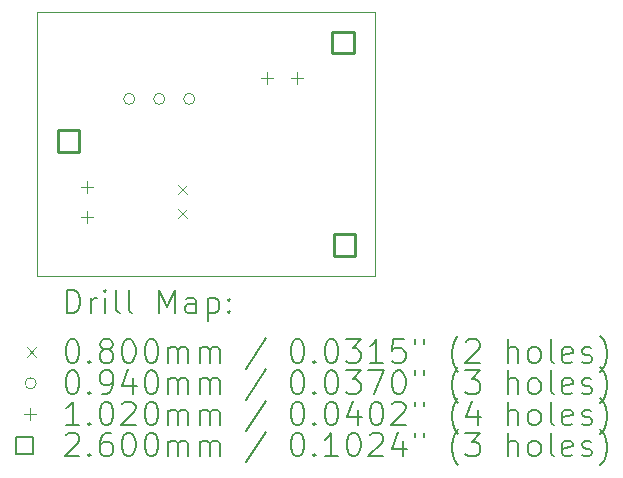
<source format=gbr>
%TF.GenerationSoftware,KiCad,Pcbnew,8.0.0*%
%TF.CreationDate,2024-04-17T17:58:52+02:00*%
%TF.ProjectId,SCS Maker,53435320-4d61-46b6-9572-2e6b69636164,rev?*%
%TF.SameCoordinates,Original*%
%TF.FileFunction,Drillmap*%
%TF.FilePolarity,Positive*%
%FSLAX45Y45*%
G04 Gerber Fmt 4.5, Leading zero omitted, Abs format (unit mm)*
G04 Created by KiCad (PCBNEW 8.0.0) date 2024-04-17 17:58:52*
%MOMM*%
%LPD*%
G01*
G04 APERTURE LIST*
%ADD10C,0.100000*%
%ADD11C,0.200000*%
%ADD12C,0.102000*%
%ADD13C,0.260000*%
G04 APERTURE END LIST*
D10*
X6304280Y-3937000D02*
X9169400Y-3937000D01*
X9169400Y-6172200D01*
X6304280Y-6172200D01*
X6304280Y-3937000D01*
D11*
D10*
X7497650Y-5402711D02*
X7577650Y-5482711D01*
X7577650Y-5402711D02*
X7497650Y-5482711D01*
X7497650Y-5602711D02*
X7577650Y-5682711D01*
X7577650Y-5602711D02*
X7497650Y-5682711D01*
X7133600Y-4673600D02*
G75*
G02*
X7039600Y-4673600I-47000J0D01*
G01*
X7039600Y-4673600D02*
G75*
G02*
X7133600Y-4673600I47000J0D01*
G01*
X7387600Y-4673600D02*
G75*
G02*
X7293600Y-4673600I-47000J0D01*
G01*
X7293600Y-4673600D02*
G75*
G02*
X7387600Y-4673600I47000J0D01*
G01*
X7641600Y-4673600D02*
G75*
G02*
X7547600Y-4673600I-47000J0D01*
G01*
X7547600Y-4673600D02*
G75*
G02*
X7641600Y-4673600I47000J0D01*
G01*
D12*
X6731650Y-5365600D02*
X6731650Y-5467600D01*
X6680650Y-5416600D02*
X6782650Y-5416600D01*
X6731650Y-5619600D02*
X6731650Y-5721600D01*
X6680650Y-5670600D02*
X6782650Y-5670600D01*
X8255000Y-4444800D02*
X8255000Y-4546800D01*
X8204000Y-4495800D02*
X8306000Y-4495800D01*
X8509000Y-4444800D02*
X8509000Y-4546800D01*
X8458000Y-4495800D02*
X8560000Y-4495800D01*
D13*
X6665445Y-5121125D02*
X6665445Y-4937275D01*
X6481595Y-4937275D01*
X6481595Y-5121125D01*
X6665445Y-5121125D01*
X8989545Y-4288005D02*
X8989545Y-4104155D01*
X8805695Y-4104155D01*
X8805695Y-4288005D01*
X8989545Y-4288005D01*
X9002245Y-6005045D02*
X9002245Y-5821195D01*
X8818395Y-5821195D01*
X8818395Y-6005045D01*
X9002245Y-6005045D01*
D11*
X6560057Y-6488684D02*
X6560057Y-6288684D01*
X6560057Y-6288684D02*
X6607676Y-6288684D01*
X6607676Y-6288684D02*
X6636247Y-6298208D01*
X6636247Y-6298208D02*
X6655295Y-6317255D01*
X6655295Y-6317255D02*
X6664819Y-6336303D01*
X6664819Y-6336303D02*
X6674342Y-6374398D01*
X6674342Y-6374398D02*
X6674342Y-6402969D01*
X6674342Y-6402969D02*
X6664819Y-6441065D01*
X6664819Y-6441065D02*
X6655295Y-6460112D01*
X6655295Y-6460112D02*
X6636247Y-6479160D01*
X6636247Y-6479160D02*
X6607676Y-6488684D01*
X6607676Y-6488684D02*
X6560057Y-6488684D01*
X6760057Y-6488684D02*
X6760057Y-6355350D01*
X6760057Y-6393446D02*
X6769581Y-6374398D01*
X6769581Y-6374398D02*
X6779104Y-6364874D01*
X6779104Y-6364874D02*
X6798152Y-6355350D01*
X6798152Y-6355350D02*
X6817200Y-6355350D01*
X6883866Y-6488684D02*
X6883866Y-6355350D01*
X6883866Y-6288684D02*
X6874342Y-6298208D01*
X6874342Y-6298208D02*
X6883866Y-6307731D01*
X6883866Y-6307731D02*
X6893390Y-6298208D01*
X6893390Y-6298208D02*
X6883866Y-6288684D01*
X6883866Y-6288684D02*
X6883866Y-6307731D01*
X7007676Y-6488684D02*
X6988628Y-6479160D01*
X6988628Y-6479160D02*
X6979104Y-6460112D01*
X6979104Y-6460112D02*
X6979104Y-6288684D01*
X7112438Y-6488684D02*
X7093390Y-6479160D01*
X7093390Y-6479160D02*
X7083866Y-6460112D01*
X7083866Y-6460112D02*
X7083866Y-6288684D01*
X7341009Y-6488684D02*
X7341009Y-6288684D01*
X7341009Y-6288684D02*
X7407676Y-6431541D01*
X7407676Y-6431541D02*
X7474342Y-6288684D01*
X7474342Y-6288684D02*
X7474342Y-6488684D01*
X7655295Y-6488684D02*
X7655295Y-6383922D01*
X7655295Y-6383922D02*
X7645771Y-6364874D01*
X7645771Y-6364874D02*
X7626723Y-6355350D01*
X7626723Y-6355350D02*
X7588628Y-6355350D01*
X7588628Y-6355350D02*
X7569581Y-6364874D01*
X7655295Y-6479160D02*
X7636247Y-6488684D01*
X7636247Y-6488684D02*
X7588628Y-6488684D01*
X7588628Y-6488684D02*
X7569581Y-6479160D01*
X7569581Y-6479160D02*
X7560057Y-6460112D01*
X7560057Y-6460112D02*
X7560057Y-6441065D01*
X7560057Y-6441065D02*
X7569581Y-6422017D01*
X7569581Y-6422017D02*
X7588628Y-6412493D01*
X7588628Y-6412493D02*
X7636247Y-6412493D01*
X7636247Y-6412493D02*
X7655295Y-6402969D01*
X7750533Y-6355350D02*
X7750533Y-6555350D01*
X7750533Y-6364874D02*
X7769581Y-6355350D01*
X7769581Y-6355350D02*
X7807676Y-6355350D01*
X7807676Y-6355350D02*
X7826723Y-6364874D01*
X7826723Y-6364874D02*
X7836247Y-6374398D01*
X7836247Y-6374398D02*
X7845771Y-6393446D01*
X7845771Y-6393446D02*
X7845771Y-6450588D01*
X7845771Y-6450588D02*
X7836247Y-6469636D01*
X7836247Y-6469636D02*
X7826723Y-6479160D01*
X7826723Y-6479160D02*
X7807676Y-6488684D01*
X7807676Y-6488684D02*
X7769581Y-6488684D01*
X7769581Y-6488684D02*
X7750533Y-6479160D01*
X7931485Y-6469636D02*
X7941009Y-6479160D01*
X7941009Y-6479160D02*
X7931485Y-6488684D01*
X7931485Y-6488684D02*
X7921962Y-6479160D01*
X7921962Y-6479160D02*
X7931485Y-6469636D01*
X7931485Y-6469636D02*
X7931485Y-6488684D01*
X7931485Y-6364874D02*
X7941009Y-6374398D01*
X7941009Y-6374398D02*
X7931485Y-6383922D01*
X7931485Y-6383922D02*
X7921962Y-6374398D01*
X7921962Y-6374398D02*
X7931485Y-6364874D01*
X7931485Y-6364874D02*
X7931485Y-6383922D01*
D10*
X6219280Y-6777200D02*
X6299280Y-6857200D01*
X6299280Y-6777200D02*
X6219280Y-6857200D01*
D11*
X6598152Y-6708684D02*
X6617200Y-6708684D01*
X6617200Y-6708684D02*
X6636247Y-6718208D01*
X6636247Y-6718208D02*
X6645771Y-6727731D01*
X6645771Y-6727731D02*
X6655295Y-6746779D01*
X6655295Y-6746779D02*
X6664819Y-6784874D01*
X6664819Y-6784874D02*
X6664819Y-6832493D01*
X6664819Y-6832493D02*
X6655295Y-6870588D01*
X6655295Y-6870588D02*
X6645771Y-6889636D01*
X6645771Y-6889636D02*
X6636247Y-6899160D01*
X6636247Y-6899160D02*
X6617200Y-6908684D01*
X6617200Y-6908684D02*
X6598152Y-6908684D01*
X6598152Y-6908684D02*
X6579104Y-6899160D01*
X6579104Y-6899160D02*
X6569581Y-6889636D01*
X6569581Y-6889636D02*
X6560057Y-6870588D01*
X6560057Y-6870588D02*
X6550533Y-6832493D01*
X6550533Y-6832493D02*
X6550533Y-6784874D01*
X6550533Y-6784874D02*
X6560057Y-6746779D01*
X6560057Y-6746779D02*
X6569581Y-6727731D01*
X6569581Y-6727731D02*
X6579104Y-6718208D01*
X6579104Y-6718208D02*
X6598152Y-6708684D01*
X6750533Y-6889636D02*
X6760057Y-6899160D01*
X6760057Y-6899160D02*
X6750533Y-6908684D01*
X6750533Y-6908684D02*
X6741009Y-6899160D01*
X6741009Y-6899160D02*
X6750533Y-6889636D01*
X6750533Y-6889636D02*
X6750533Y-6908684D01*
X6874342Y-6794398D02*
X6855295Y-6784874D01*
X6855295Y-6784874D02*
X6845771Y-6775350D01*
X6845771Y-6775350D02*
X6836247Y-6756303D01*
X6836247Y-6756303D02*
X6836247Y-6746779D01*
X6836247Y-6746779D02*
X6845771Y-6727731D01*
X6845771Y-6727731D02*
X6855295Y-6718208D01*
X6855295Y-6718208D02*
X6874342Y-6708684D01*
X6874342Y-6708684D02*
X6912438Y-6708684D01*
X6912438Y-6708684D02*
X6931485Y-6718208D01*
X6931485Y-6718208D02*
X6941009Y-6727731D01*
X6941009Y-6727731D02*
X6950533Y-6746779D01*
X6950533Y-6746779D02*
X6950533Y-6756303D01*
X6950533Y-6756303D02*
X6941009Y-6775350D01*
X6941009Y-6775350D02*
X6931485Y-6784874D01*
X6931485Y-6784874D02*
X6912438Y-6794398D01*
X6912438Y-6794398D02*
X6874342Y-6794398D01*
X6874342Y-6794398D02*
X6855295Y-6803922D01*
X6855295Y-6803922D02*
X6845771Y-6813446D01*
X6845771Y-6813446D02*
X6836247Y-6832493D01*
X6836247Y-6832493D02*
X6836247Y-6870588D01*
X6836247Y-6870588D02*
X6845771Y-6889636D01*
X6845771Y-6889636D02*
X6855295Y-6899160D01*
X6855295Y-6899160D02*
X6874342Y-6908684D01*
X6874342Y-6908684D02*
X6912438Y-6908684D01*
X6912438Y-6908684D02*
X6931485Y-6899160D01*
X6931485Y-6899160D02*
X6941009Y-6889636D01*
X6941009Y-6889636D02*
X6950533Y-6870588D01*
X6950533Y-6870588D02*
X6950533Y-6832493D01*
X6950533Y-6832493D02*
X6941009Y-6813446D01*
X6941009Y-6813446D02*
X6931485Y-6803922D01*
X6931485Y-6803922D02*
X6912438Y-6794398D01*
X7074342Y-6708684D02*
X7093390Y-6708684D01*
X7093390Y-6708684D02*
X7112438Y-6718208D01*
X7112438Y-6718208D02*
X7121962Y-6727731D01*
X7121962Y-6727731D02*
X7131485Y-6746779D01*
X7131485Y-6746779D02*
X7141009Y-6784874D01*
X7141009Y-6784874D02*
X7141009Y-6832493D01*
X7141009Y-6832493D02*
X7131485Y-6870588D01*
X7131485Y-6870588D02*
X7121962Y-6889636D01*
X7121962Y-6889636D02*
X7112438Y-6899160D01*
X7112438Y-6899160D02*
X7093390Y-6908684D01*
X7093390Y-6908684D02*
X7074342Y-6908684D01*
X7074342Y-6908684D02*
X7055295Y-6899160D01*
X7055295Y-6899160D02*
X7045771Y-6889636D01*
X7045771Y-6889636D02*
X7036247Y-6870588D01*
X7036247Y-6870588D02*
X7026723Y-6832493D01*
X7026723Y-6832493D02*
X7026723Y-6784874D01*
X7026723Y-6784874D02*
X7036247Y-6746779D01*
X7036247Y-6746779D02*
X7045771Y-6727731D01*
X7045771Y-6727731D02*
X7055295Y-6718208D01*
X7055295Y-6718208D02*
X7074342Y-6708684D01*
X7264819Y-6708684D02*
X7283866Y-6708684D01*
X7283866Y-6708684D02*
X7302914Y-6718208D01*
X7302914Y-6718208D02*
X7312438Y-6727731D01*
X7312438Y-6727731D02*
X7321962Y-6746779D01*
X7321962Y-6746779D02*
X7331485Y-6784874D01*
X7331485Y-6784874D02*
X7331485Y-6832493D01*
X7331485Y-6832493D02*
X7321962Y-6870588D01*
X7321962Y-6870588D02*
X7312438Y-6889636D01*
X7312438Y-6889636D02*
X7302914Y-6899160D01*
X7302914Y-6899160D02*
X7283866Y-6908684D01*
X7283866Y-6908684D02*
X7264819Y-6908684D01*
X7264819Y-6908684D02*
X7245771Y-6899160D01*
X7245771Y-6899160D02*
X7236247Y-6889636D01*
X7236247Y-6889636D02*
X7226723Y-6870588D01*
X7226723Y-6870588D02*
X7217200Y-6832493D01*
X7217200Y-6832493D02*
X7217200Y-6784874D01*
X7217200Y-6784874D02*
X7226723Y-6746779D01*
X7226723Y-6746779D02*
X7236247Y-6727731D01*
X7236247Y-6727731D02*
X7245771Y-6718208D01*
X7245771Y-6718208D02*
X7264819Y-6708684D01*
X7417200Y-6908684D02*
X7417200Y-6775350D01*
X7417200Y-6794398D02*
X7426723Y-6784874D01*
X7426723Y-6784874D02*
X7445771Y-6775350D01*
X7445771Y-6775350D02*
X7474343Y-6775350D01*
X7474343Y-6775350D02*
X7493390Y-6784874D01*
X7493390Y-6784874D02*
X7502914Y-6803922D01*
X7502914Y-6803922D02*
X7502914Y-6908684D01*
X7502914Y-6803922D02*
X7512438Y-6784874D01*
X7512438Y-6784874D02*
X7531485Y-6775350D01*
X7531485Y-6775350D02*
X7560057Y-6775350D01*
X7560057Y-6775350D02*
X7579104Y-6784874D01*
X7579104Y-6784874D02*
X7588628Y-6803922D01*
X7588628Y-6803922D02*
X7588628Y-6908684D01*
X7683866Y-6908684D02*
X7683866Y-6775350D01*
X7683866Y-6794398D02*
X7693390Y-6784874D01*
X7693390Y-6784874D02*
X7712438Y-6775350D01*
X7712438Y-6775350D02*
X7741009Y-6775350D01*
X7741009Y-6775350D02*
X7760057Y-6784874D01*
X7760057Y-6784874D02*
X7769581Y-6803922D01*
X7769581Y-6803922D02*
X7769581Y-6908684D01*
X7769581Y-6803922D02*
X7779104Y-6784874D01*
X7779104Y-6784874D02*
X7798152Y-6775350D01*
X7798152Y-6775350D02*
X7826723Y-6775350D01*
X7826723Y-6775350D02*
X7845771Y-6784874D01*
X7845771Y-6784874D02*
X7855295Y-6803922D01*
X7855295Y-6803922D02*
X7855295Y-6908684D01*
X8245771Y-6699160D02*
X8074343Y-6956303D01*
X8502914Y-6708684D02*
X8521962Y-6708684D01*
X8521962Y-6708684D02*
X8541009Y-6718208D01*
X8541009Y-6718208D02*
X8550533Y-6727731D01*
X8550533Y-6727731D02*
X8560057Y-6746779D01*
X8560057Y-6746779D02*
X8569581Y-6784874D01*
X8569581Y-6784874D02*
X8569581Y-6832493D01*
X8569581Y-6832493D02*
X8560057Y-6870588D01*
X8560057Y-6870588D02*
X8550533Y-6889636D01*
X8550533Y-6889636D02*
X8541009Y-6899160D01*
X8541009Y-6899160D02*
X8521962Y-6908684D01*
X8521962Y-6908684D02*
X8502914Y-6908684D01*
X8502914Y-6908684D02*
X8483867Y-6899160D01*
X8483867Y-6899160D02*
X8474343Y-6889636D01*
X8474343Y-6889636D02*
X8464819Y-6870588D01*
X8464819Y-6870588D02*
X8455295Y-6832493D01*
X8455295Y-6832493D02*
X8455295Y-6784874D01*
X8455295Y-6784874D02*
X8464819Y-6746779D01*
X8464819Y-6746779D02*
X8474343Y-6727731D01*
X8474343Y-6727731D02*
X8483867Y-6718208D01*
X8483867Y-6718208D02*
X8502914Y-6708684D01*
X8655295Y-6889636D02*
X8664819Y-6899160D01*
X8664819Y-6899160D02*
X8655295Y-6908684D01*
X8655295Y-6908684D02*
X8645771Y-6899160D01*
X8645771Y-6899160D02*
X8655295Y-6889636D01*
X8655295Y-6889636D02*
X8655295Y-6908684D01*
X8788628Y-6708684D02*
X8807676Y-6708684D01*
X8807676Y-6708684D02*
X8826724Y-6718208D01*
X8826724Y-6718208D02*
X8836248Y-6727731D01*
X8836248Y-6727731D02*
X8845771Y-6746779D01*
X8845771Y-6746779D02*
X8855295Y-6784874D01*
X8855295Y-6784874D02*
X8855295Y-6832493D01*
X8855295Y-6832493D02*
X8845771Y-6870588D01*
X8845771Y-6870588D02*
X8836248Y-6889636D01*
X8836248Y-6889636D02*
X8826724Y-6899160D01*
X8826724Y-6899160D02*
X8807676Y-6908684D01*
X8807676Y-6908684D02*
X8788628Y-6908684D01*
X8788628Y-6908684D02*
X8769581Y-6899160D01*
X8769581Y-6899160D02*
X8760057Y-6889636D01*
X8760057Y-6889636D02*
X8750533Y-6870588D01*
X8750533Y-6870588D02*
X8741009Y-6832493D01*
X8741009Y-6832493D02*
X8741009Y-6784874D01*
X8741009Y-6784874D02*
X8750533Y-6746779D01*
X8750533Y-6746779D02*
X8760057Y-6727731D01*
X8760057Y-6727731D02*
X8769581Y-6718208D01*
X8769581Y-6718208D02*
X8788628Y-6708684D01*
X8921962Y-6708684D02*
X9045771Y-6708684D01*
X9045771Y-6708684D02*
X8979105Y-6784874D01*
X8979105Y-6784874D02*
X9007676Y-6784874D01*
X9007676Y-6784874D02*
X9026724Y-6794398D01*
X9026724Y-6794398D02*
X9036248Y-6803922D01*
X9036248Y-6803922D02*
X9045771Y-6822969D01*
X9045771Y-6822969D02*
X9045771Y-6870588D01*
X9045771Y-6870588D02*
X9036248Y-6889636D01*
X9036248Y-6889636D02*
X9026724Y-6899160D01*
X9026724Y-6899160D02*
X9007676Y-6908684D01*
X9007676Y-6908684D02*
X8950533Y-6908684D01*
X8950533Y-6908684D02*
X8931486Y-6899160D01*
X8931486Y-6899160D02*
X8921962Y-6889636D01*
X9236248Y-6908684D02*
X9121962Y-6908684D01*
X9179105Y-6908684D02*
X9179105Y-6708684D01*
X9179105Y-6708684D02*
X9160057Y-6737255D01*
X9160057Y-6737255D02*
X9141009Y-6756303D01*
X9141009Y-6756303D02*
X9121962Y-6765827D01*
X9417200Y-6708684D02*
X9321962Y-6708684D01*
X9321962Y-6708684D02*
X9312438Y-6803922D01*
X9312438Y-6803922D02*
X9321962Y-6794398D01*
X9321962Y-6794398D02*
X9341009Y-6784874D01*
X9341009Y-6784874D02*
X9388629Y-6784874D01*
X9388629Y-6784874D02*
X9407676Y-6794398D01*
X9407676Y-6794398D02*
X9417200Y-6803922D01*
X9417200Y-6803922D02*
X9426724Y-6822969D01*
X9426724Y-6822969D02*
X9426724Y-6870588D01*
X9426724Y-6870588D02*
X9417200Y-6889636D01*
X9417200Y-6889636D02*
X9407676Y-6899160D01*
X9407676Y-6899160D02*
X9388629Y-6908684D01*
X9388629Y-6908684D02*
X9341009Y-6908684D01*
X9341009Y-6908684D02*
X9321962Y-6899160D01*
X9321962Y-6899160D02*
X9312438Y-6889636D01*
X9502914Y-6708684D02*
X9502914Y-6746779D01*
X9579105Y-6708684D02*
X9579105Y-6746779D01*
X9874343Y-6984874D02*
X9864819Y-6975350D01*
X9864819Y-6975350D02*
X9845771Y-6946779D01*
X9845771Y-6946779D02*
X9836248Y-6927731D01*
X9836248Y-6927731D02*
X9826724Y-6899160D01*
X9826724Y-6899160D02*
X9817200Y-6851541D01*
X9817200Y-6851541D02*
X9817200Y-6813446D01*
X9817200Y-6813446D02*
X9826724Y-6765827D01*
X9826724Y-6765827D02*
X9836248Y-6737255D01*
X9836248Y-6737255D02*
X9845771Y-6718208D01*
X9845771Y-6718208D02*
X9864819Y-6689636D01*
X9864819Y-6689636D02*
X9874343Y-6680112D01*
X9941010Y-6727731D02*
X9950533Y-6718208D01*
X9950533Y-6718208D02*
X9969581Y-6708684D01*
X9969581Y-6708684D02*
X10017200Y-6708684D01*
X10017200Y-6708684D02*
X10036248Y-6718208D01*
X10036248Y-6718208D02*
X10045771Y-6727731D01*
X10045771Y-6727731D02*
X10055295Y-6746779D01*
X10055295Y-6746779D02*
X10055295Y-6765827D01*
X10055295Y-6765827D02*
X10045771Y-6794398D01*
X10045771Y-6794398D02*
X9931486Y-6908684D01*
X9931486Y-6908684D02*
X10055295Y-6908684D01*
X10293391Y-6908684D02*
X10293391Y-6708684D01*
X10379105Y-6908684D02*
X10379105Y-6803922D01*
X10379105Y-6803922D02*
X10369581Y-6784874D01*
X10369581Y-6784874D02*
X10350533Y-6775350D01*
X10350533Y-6775350D02*
X10321962Y-6775350D01*
X10321962Y-6775350D02*
X10302914Y-6784874D01*
X10302914Y-6784874D02*
X10293391Y-6794398D01*
X10502914Y-6908684D02*
X10483867Y-6899160D01*
X10483867Y-6899160D02*
X10474343Y-6889636D01*
X10474343Y-6889636D02*
X10464819Y-6870588D01*
X10464819Y-6870588D02*
X10464819Y-6813446D01*
X10464819Y-6813446D02*
X10474343Y-6794398D01*
X10474343Y-6794398D02*
X10483867Y-6784874D01*
X10483867Y-6784874D02*
X10502914Y-6775350D01*
X10502914Y-6775350D02*
X10531486Y-6775350D01*
X10531486Y-6775350D02*
X10550533Y-6784874D01*
X10550533Y-6784874D02*
X10560057Y-6794398D01*
X10560057Y-6794398D02*
X10569581Y-6813446D01*
X10569581Y-6813446D02*
X10569581Y-6870588D01*
X10569581Y-6870588D02*
X10560057Y-6889636D01*
X10560057Y-6889636D02*
X10550533Y-6899160D01*
X10550533Y-6899160D02*
X10531486Y-6908684D01*
X10531486Y-6908684D02*
X10502914Y-6908684D01*
X10683867Y-6908684D02*
X10664819Y-6899160D01*
X10664819Y-6899160D02*
X10655295Y-6880112D01*
X10655295Y-6880112D02*
X10655295Y-6708684D01*
X10836248Y-6899160D02*
X10817200Y-6908684D01*
X10817200Y-6908684D02*
X10779105Y-6908684D01*
X10779105Y-6908684D02*
X10760057Y-6899160D01*
X10760057Y-6899160D02*
X10750533Y-6880112D01*
X10750533Y-6880112D02*
X10750533Y-6803922D01*
X10750533Y-6803922D02*
X10760057Y-6784874D01*
X10760057Y-6784874D02*
X10779105Y-6775350D01*
X10779105Y-6775350D02*
X10817200Y-6775350D01*
X10817200Y-6775350D02*
X10836248Y-6784874D01*
X10836248Y-6784874D02*
X10845772Y-6803922D01*
X10845772Y-6803922D02*
X10845772Y-6822969D01*
X10845772Y-6822969D02*
X10750533Y-6842017D01*
X10921962Y-6899160D02*
X10941010Y-6908684D01*
X10941010Y-6908684D02*
X10979105Y-6908684D01*
X10979105Y-6908684D02*
X10998153Y-6899160D01*
X10998153Y-6899160D02*
X11007676Y-6880112D01*
X11007676Y-6880112D02*
X11007676Y-6870588D01*
X11007676Y-6870588D02*
X10998153Y-6851541D01*
X10998153Y-6851541D02*
X10979105Y-6842017D01*
X10979105Y-6842017D02*
X10950533Y-6842017D01*
X10950533Y-6842017D02*
X10931486Y-6832493D01*
X10931486Y-6832493D02*
X10921962Y-6813446D01*
X10921962Y-6813446D02*
X10921962Y-6803922D01*
X10921962Y-6803922D02*
X10931486Y-6784874D01*
X10931486Y-6784874D02*
X10950533Y-6775350D01*
X10950533Y-6775350D02*
X10979105Y-6775350D01*
X10979105Y-6775350D02*
X10998153Y-6784874D01*
X11074343Y-6984874D02*
X11083867Y-6975350D01*
X11083867Y-6975350D02*
X11102914Y-6946779D01*
X11102914Y-6946779D02*
X11112438Y-6927731D01*
X11112438Y-6927731D02*
X11121962Y-6899160D01*
X11121962Y-6899160D02*
X11131486Y-6851541D01*
X11131486Y-6851541D02*
X11131486Y-6813446D01*
X11131486Y-6813446D02*
X11121962Y-6765827D01*
X11121962Y-6765827D02*
X11112438Y-6737255D01*
X11112438Y-6737255D02*
X11102914Y-6718208D01*
X11102914Y-6718208D02*
X11083867Y-6689636D01*
X11083867Y-6689636D02*
X11074343Y-6680112D01*
D10*
X6299280Y-7081200D02*
G75*
G02*
X6205280Y-7081200I-47000J0D01*
G01*
X6205280Y-7081200D02*
G75*
G02*
X6299280Y-7081200I47000J0D01*
G01*
D11*
X6598152Y-6972684D02*
X6617200Y-6972684D01*
X6617200Y-6972684D02*
X6636247Y-6982208D01*
X6636247Y-6982208D02*
X6645771Y-6991731D01*
X6645771Y-6991731D02*
X6655295Y-7010779D01*
X6655295Y-7010779D02*
X6664819Y-7048874D01*
X6664819Y-7048874D02*
X6664819Y-7096493D01*
X6664819Y-7096493D02*
X6655295Y-7134588D01*
X6655295Y-7134588D02*
X6645771Y-7153636D01*
X6645771Y-7153636D02*
X6636247Y-7163160D01*
X6636247Y-7163160D02*
X6617200Y-7172684D01*
X6617200Y-7172684D02*
X6598152Y-7172684D01*
X6598152Y-7172684D02*
X6579104Y-7163160D01*
X6579104Y-7163160D02*
X6569581Y-7153636D01*
X6569581Y-7153636D02*
X6560057Y-7134588D01*
X6560057Y-7134588D02*
X6550533Y-7096493D01*
X6550533Y-7096493D02*
X6550533Y-7048874D01*
X6550533Y-7048874D02*
X6560057Y-7010779D01*
X6560057Y-7010779D02*
X6569581Y-6991731D01*
X6569581Y-6991731D02*
X6579104Y-6982208D01*
X6579104Y-6982208D02*
X6598152Y-6972684D01*
X6750533Y-7153636D02*
X6760057Y-7163160D01*
X6760057Y-7163160D02*
X6750533Y-7172684D01*
X6750533Y-7172684D02*
X6741009Y-7163160D01*
X6741009Y-7163160D02*
X6750533Y-7153636D01*
X6750533Y-7153636D02*
X6750533Y-7172684D01*
X6855295Y-7172684D02*
X6893390Y-7172684D01*
X6893390Y-7172684D02*
X6912438Y-7163160D01*
X6912438Y-7163160D02*
X6921962Y-7153636D01*
X6921962Y-7153636D02*
X6941009Y-7125065D01*
X6941009Y-7125065D02*
X6950533Y-7086969D01*
X6950533Y-7086969D02*
X6950533Y-7010779D01*
X6950533Y-7010779D02*
X6941009Y-6991731D01*
X6941009Y-6991731D02*
X6931485Y-6982208D01*
X6931485Y-6982208D02*
X6912438Y-6972684D01*
X6912438Y-6972684D02*
X6874342Y-6972684D01*
X6874342Y-6972684D02*
X6855295Y-6982208D01*
X6855295Y-6982208D02*
X6845771Y-6991731D01*
X6845771Y-6991731D02*
X6836247Y-7010779D01*
X6836247Y-7010779D02*
X6836247Y-7058398D01*
X6836247Y-7058398D02*
X6845771Y-7077446D01*
X6845771Y-7077446D02*
X6855295Y-7086969D01*
X6855295Y-7086969D02*
X6874342Y-7096493D01*
X6874342Y-7096493D02*
X6912438Y-7096493D01*
X6912438Y-7096493D02*
X6931485Y-7086969D01*
X6931485Y-7086969D02*
X6941009Y-7077446D01*
X6941009Y-7077446D02*
X6950533Y-7058398D01*
X7121962Y-7039350D02*
X7121962Y-7172684D01*
X7074342Y-6963160D02*
X7026723Y-7106017D01*
X7026723Y-7106017D02*
X7150533Y-7106017D01*
X7264819Y-6972684D02*
X7283866Y-6972684D01*
X7283866Y-6972684D02*
X7302914Y-6982208D01*
X7302914Y-6982208D02*
X7312438Y-6991731D01*
X7312438Y-6991731D02*
X7321962Y-7010779D01*
X7321962Y-7010779D02*
X7331485Y-7048874D01*
X7331485Y-7048874D02*
X7331485Y-7096493D01*
X7331485Y-7096493D02*
X7321962Y-7134588D01*
X7321962Y-7134588D02*
X7312438Y-7153636D01*
X7312438Y-7153636D02*
X7302914Y-7163160D01*
X7302914Y-7163160D02*
X7283866Y-7172684D01*
X7283866Y-7172684D02*
X7264819Y-7172684D01*
X7264819Y-7172684D02*
X7245771Y-7163160D01*
X7245771Y-7163160D02*
X7236247Y-7153636D01*
X7236247Y-7153636D02*
X7226723Y-7134588D01*
X7226723Y-7134588D02*
X7217200Y-7096493D01*
X7217200Y-7096493D02*
X7217200Y-7048874D01*
X7217200Y-7048874D02*
X7226723Y-7010779D01*
X7226723Y-7010779D02*
X7236247Y-6991731D01*
X7236247Y-6991731D02*
X7245771Y-6982208D01*
X7245771Y-6982208D02*
X7264819Y-6972684D01*
X7417200Y-7172684D02*
X7417200Y-7039350D01*
X7417200Y-7058398D02*
X7426723Y-7048874D01*
X7426723Y-7048874D02*
X7445771Y-7039350D01*
X7445771Y-7039350D02*
X7474343Y-7039350D01*
X7474343Y-7039350D02*
X7493390Y-7048874D01*
X7493390Y-7048874D02*
X7502914Y-7067922D01*
X7502914Y-7067922D02*
X7502914Y-7172684D01*
X7502914Y-7067922D02*
X7512438Y-7048874D01*
X7512438Y-7048874D02*
X7531485Y-7039350D01*
X7531485Y-7039350D02*
X7560057Y-7039350D01*
X7560057Y-7039350D02*
X7579104Y-7048874D01*
X7579104Y-7048874D02*
X7588628Y-7067922D01*
X7588628Y-7067922D02*
X7588628Y-7172684D01*
X7683866Y-7172684D02*
X7683866Y-7039350D01*
X7683866Y-7058398D02*
X7693390Y-7048874D01*
X7693390Y-7048874D02*
X7712438Y-7039350D01*
X7712438Y-7039350D02*
X7741009Y-7039350D01*
X7741009Y-7039350D02*
X7760057Y-7048874D01*
X7760057Y-7048874D02*
X7769581Y-7067922D01*
X7769581Y-7067922D02*
X7769581Y-7172684D01*
X7769581Y-7067922D02*
X7779104Y-7048874D01*
X7779104Y-7048874D02*
X7798152Y-7039350D01*
X7798152Y-7039350D02*
X7826723Y-7039350D01*
X7826723Y-7039350D02*
X7845771Y-7048874D01*
X7845771Y-7048874D02*
X7855295Y-7067922D01*
X7855295Y-7067922D02*
X7855295Y-7172684D01*
X8245771Y-6963160D02*
X8074343Y-7220303D01*
X8502914Y-6972684D02*
X8521962Y-6972684D01*
X8521962Y-6972684D02*
X8541009Y-6982208D01*
X8541009Y-6982208D02*
X8550533Y-6991731D01*
X8550533Y-6991731D02*
X8560057Y-7010779D01*
X8560057Y-7010779D02*
X8569581Y-7048874D01*
X8569581Y-7048874D02*
X8569581Y-7096493D01*
X8569581Y-7096493D02*
X8560057Y-7134588D01*
X8560057Y-7134588D02*
X8550533Y-7153636D01*
X8550533Y-7153636D02*
X8541009Y-7163160D01*
X8541009Y-7163160D02*
X8521962Y-7172684D01*
X8521962Y-7172684D02*
X8502914Y-7172684D01*
X8502914Y-7172684D02*
X8483867Y-7163160D01*
X8483867Y-7163160D02*
X8474343Y-7153636D01*
X8474343Y-7153636D02*
X8464819Y-7134588D01*
X8464819Y-7134588D02*
X8455295Y-7096493D01*
X8455295Y-7096493D02*
X8455295Y-7048874D01*
X8455295Y-7048874D02*
X8464819Y-7010779D01*
X8464819Y-7010779D02*
X8474343Y-6991731D01*
X8474343Y-6991731D02*
X8483867Y-6982208D01*
X8483867Y-6982208D02*
X8502914Y-6972684D01*
X8655295Y-7153636D02*
X8664819Y-7163160D01*
X8664819Y-7163160D02*
X8655295Y-7172684D01*
X8655295Y-7172684D02*
X8645771Y-7163160D01*
X8645771Y-7163160D02*
X8655295Y-7153636D01*
X8655295Y-7153636D02*
X8655295Y-7172684D01*
X8788628Y-6972684D02*
X8807676Y-6972684D01*
X8807676Y-6972684D02*
X8826724Y-6982208D01*
X8826724Y-6982208D02*
X8836248Y-6991731D01*
X8836248Y-6991731D02*
X8845771Y-7010779D01*
X8845771Y-7010779D02*
X8855295Y-7048874D01*
X8855295Y-7048874D02*
X8855295Y-7096493D01*
X8855295Y-7096493D02*
X8845771Y-7134588D01*
X8845771Y-7134588D02*
X8836248Y-7153636D01*
X8836248Y-7153636D02*
X8826724Y-7163160D01*
X8826724Y-7163160D02*
X8807676Y-7172684D01*
X8807676Y-7172684D02*
X8788628Y-7172684D01*
X8788628Y-7172684D02*
X8769581Y-7163160D01*
X8769581Y-7163160D02*
X8760057Y-7153636D01*
X8760057Y-7153636D02*
X8750533Y-7134588D01*
X8750533Y-7134588D02*
X8741009Y-7096493D01*
X8741009Y-7096493D02*
X8741009Y-7048874D01*
X8741009Y-7048874D02*
X8750533Y-7010779D01*
X8750533Y-7010779D02*
X8760057Y-6991731D01*
X8760057Y-6991731D02*
X8769581Y-6982208D01*
X8769581Y-6982208D02*
X8788628Y-6972684D01*
X8921962Y-6972684D02*
X9045771Y-6972684D01*
X9045771Y-6972684D02*
X8979105Y-7048874D01*
X8979105Y-7048874D02*
X9007676Y-7048874D01*
X9007676Y-7048874D02*
X9026724Y-7058398D01*
X9026724Y-7058398D02*
X9036248Y-7067922D01*
X9036248Y-7067922D02*
X9045771Y-7086969D01*
X9045771Y-7086969D02*
X9045771Y-7134588D01*
X9045771Y-7134588D02*
X9036248Y-7153636D01*
X9036248Y-7153636D02*
X9026724Y-7163160D01*
X9026724Y-7163160D02*
X9007676Y-7172684D01*
X9007676Y-7172684D02*
X8950533Y-7172684D01*
X8950533Y-7172684D02*
X8931486Y-7163160D01*
X8931486Y-7163160D02*
X8921962Y-7153636D01*
X9112438Y-6972684D02*
X9245771Y-6972684D01*
X9245771Y-6972684D02*
X9160057Y-7172684D01*
X9360057Y-6972684D02*
X9379105Y-6972684D01*
X9379105Y-6972684D02*
X9398152Y-6982208D01*
X9398152Y-6982208D02*
X9407676Y-6991731D01*
X9407676Y-6991731D02*
X9417200Y-7010779D01*
X9417200Y-7010779D02*
X9426724Y-7048874D01*
X9426724Y-7048874D02*
X9426724Y-7096493D01*
X9426724Y-7096493D02*
X9417200Y-7134588D01*
X9417200Y-7134588D02*
X9407676Y-7153636D01*
X9407676Y-7153636D02*
X9398152Y-7163160D01*
X9398152Y-7163160D02*
X9379105Y-7172684D01*
X9379105Y-7172684D02*
X9360057Y-7172684D01*
X9360057Y-7172684D02*
X9341009Y-7163160D01*
X9341009Y-7163160D02*
X9331486Y-7153636D01*
X9331486Y-7153636D02*
X9321962Y-7134588D01*
X9321962Y-7134588D02*
X9312438Y-7096493D01*
X9312438Y-7096493D02*
X9312438Y-7048874D01*
X9312438Y-7048874D02*
X9321962Y-7010779D01*
X9321962Y-7010779D02*
X9331486Y-6991731D01*
X9331486Y-6991731D02*
X9341009Y-6982208D01*
X9341009Y-6982208D02*
X9360057Y-6972684D01*
X9502914Y-6972684D02*
X9502914Y-7010779D01*
X9579105Y-6972684D02*
X9579105Y-7010779D01*
X9874343Y-7248874D02*
X9864819Y-7239350D01*
X9864819Y-7239350D02*
X9845771Y-7210779D01*
X9845771Y-7210779D02*
X9836248Y-7191731D01*
X9836248Y-7191731D02*
X9826724Y-7163160D01*
X9826724Y-7163160D02*
X9817200Y-7115541D01*
X9817200Y-7115541D02*
X9817200Y-7077446D01*
X9817200Y-7077446D02*
X9826724Y-7029827D01*
X9826724Y-7029827D02*
X9836248Y-7001255D01*
X9836248Y-7001255D02*
X9845771Y-6982208D01*
X9845771Y-6982208D02*
X9864819Y-6953636D01*
X9864819Y-6953636D02*
X9874343Y-6944112D01*
X9931486Y-6972684D02*
X10055295Y-6972684D01*
X10055295Y-6972684D02*
X9988629Y-7048874D01*
X9988629Y-7048874D02*
X10017200Y-7048874D01*
X10017200Y-7048874D02*
X10036248Y-7058398D01*
X10036248Y-7058398D02*
X10045771Y-7067922D01*
X10045771Y-7067922D02*
X10055295Y-7086969D01*
X10055295Y-7086969D02*
X10055295Y-7134588D01*
X10055295Y-7134588D02*
X10045771Y-7153636D01*
X10045771Y-7153636D02*
X10036248Y-7163160D01*
X10036248Y-7163160D02*
X10017200Y-7172684D01*
X10017200Y-7172684D02*
X9960057Y-7172684D01*
X9960057Y-7172684D02*
X9941010Y-7163160D01*
X9941010Y-7163160D02*
X9931486Y-7153636D01*
X10293391Y-7172684D02*
X10293391Y-6972684D01*
X10379105Y-7172684D02*
X10379105Y-7067922D01*
X10379105Y-7067922D02*
X10369581Y-7048874D01*
X10369581Y-7048874D02*
X10350533Y-7039350D01*
X10350533Y-7039350D02*
X10321962Y-7039350D01*
X10321962Y-7039350D02*
X10302914Y-7048874D01*
X10302914Y-7048874D02*
X10293391Y-7058398D01*
X10502914Y-7172684D02*
X10483867Y-7163160D01*
X10483867Y-7163160D02*
X10474343Y-7153636D01*
X10474343Y-7153636D02*
X10464819Y-7134588D01*
X10464819Y-7134588D02*
X10464819Y-7077446D01*
X10464819Y-7077446D02*
X10474343Y-7058398D01*
X10474343Y-7058398D02*
X10483867Y-7048874D01*
X10483867Y-7048874D02*
X10502914Y-7039350D01*
X10502914Y-7039350D02*
X10531486Y-7039350D01*
X10531486Y-7039350D02*
X10550533Y-7048874D01*
X10550533Y-7048874D02*
X10560057Y-7058398D01*
X10560057Y-7058398D02*
X10569581Y-7077446D01*
X10569581Y-7077446D02*
X10569581Y-7134588D01*
X10569581Y-7134588D02*
X10560057Y-7153636D01*
X10560057Y-7153636D02*
X10550533Y-7163160D01*
X10550533Y-7163160D02*
X10531486Y-7172684D01*
X10531486Y-7172684D02*
X10502914Y-7172684D01*
X10683867Y-7172684D02*
X10664819Y-7163160D01*
X10664819Y-7163160D02*
X10655295Y-7144112D01*
X10655295Y-7144112D02*
X10655295Y-6972684D01*
X10836248Y-7163160D02*
X10817200Y-7172684D01*
X10817200Y-7172684D02*
X10779105Y-7172684D01*
X10779105Y-7172684D02*
X10760057Y-7163160D01*
X10760057Y-7163160D02*
X10750533Y-7144112D01*
X10750533Y-7144112D02*
X10750533Y-7067922D01*
X10750533Y-7067922D02*
X10760057Y-7048874D01*
X10760057Y-7048874D02*
X10779105Y-7039350D01*
X10779105Y-7039350D02*
X10817200Y-7039350D01*
X10817200Y-7039350D02*
X10836248Y-7048874D01*
X10836248Y-7048874D02*
X10845772Y-7067922D01*
X10845772Y-7067922D02*
X10845772Y-7086969D01*
X10845772Y-7086969D02*
X10750533Y-7106017D01*
X10921962Y-7163160D02*
X10941010Y-7172684D01*
X10941010Y-7172684D02*
X10979105Y-7172684D01*
X10979105Y-7172684D02*
X10998153Y-7163160D01*
X10998153Y-7163160D02*
X11007676Y-7144112D01*
X11007676Y-7144112D02*
X11007676Y-7134588D01*
X11007676Y-7134588D02*
X10998153Y-7115541D01*
X10998153Y-7115541D02*
X10979105Y-7106017D01*
X10979105Y-7106017D02*
X10950533Y-7106017D01*
X10950533Y-7106017D02*
X10931486Y-7096493D01*
X10931486Y-7096493D02*
X10921962Y-7077446D01*
X10921962Y-7077446D02*
X10921962Y-7067922D01*
X10921962Y-7067922D02*
X10931486Y-7048874D01*
X10931486Y-7048874D02*
X10950533Y-7039350D01*
X10950533Y-7039350D02*
X10979105Y-7039350D01*
X10979105Y-7039350D02*
X10998153Y-7048874D01*
X11074343Y-7248874D02*
X11083867Y-7239350D01*
X11083867Y-7239350D02*
X11102914Y-7210779D01*
X11102914Y-7210779D02*
X11112438Y-7191731D01*
X11112438Y-7191731D02*
X11121962Y-7163160D01*
X11121962Y-7163160D02*
X11131486Y-7115541D01*
X11131486Y-7115541D02*
X11131486Y-7077446D01*
X11131486Y-7077446D02*
X11121962Y-7029827D01*
X11121962Y-7029827D02*
X11112438Y-7001255D01*
X11112438Y-7001255D02*
X11102914Y-6982208D01*
X11102914Y-6982208D02*
X11083867Y-6953636D01*
X11083867Y-6953636D02*
X11074343Y-6944112D01*
D12*
X6248280Y-7294200D02*
X6248280Y-7396200D01*
X6197280Y-7345200D02*
X6299280Y-7345200D01*
D11*
X6664819Y-7436684D02*
X6550533Y-7436684D01*
X6607676Y-7436684D02*
X6607676Y-7236684D01*
X6607676Y-7236684D02*
X6588628Y-7265255D01*
X6588628Y-7265255D02*
X6569581Y-7284303D01*
X6569581Y-7284303D02*
X6550533Y-7293827D01*
X6750533Y-7417636D02*
X6760057Y-7427160D01*
X6760057Y-7427160D02*
X6750533Y-7436684D01*
X6750533Y-7436684D02*
X6741009Y-7427160D01*
X6741009Y-7427160D02*
X6750533Y-7417636D01*
X6750533Y-7417636D02*
X6750533Y-7436684D01*
X6883866Y-7236684D02*
X6902914Y-7236684D01*
X6902914Y-7236684D02*
X6921962Y-7246208D01*
X6921962Y-7246208D02*
X6931485Y-7255731D01*
X6931485Y-7255731D02*
X6941009Y-7274779D01*
X6941009Y-7274779D02*
X6950533Y-7312874D01*
X6950533Y-7312874D02*
X6950533Y-7360493D01*
X6950533Y-7360493D02*
X6941009Y-7398588D01*
X6941009Y-7398588D02*
X6931485Y-7417636D01*
X6931485Y-7417636D02*
X6921962Y-7427160D01*
X6921962Y-7427160D02*
X6902914Y-7436684D01*
X6902914Y-7436684D02*
X6883866Y-7436684D01*
X6883866Y-7436684D02*
X6864819Y-7427160D01*
X6864819Y-7427160D02*
X6855295Y-7417636D01*
X6855295Y-7417636D02*
X6845771Y-7398588D01*
X6845771Y-7398588D02*
X6836247Y-7360493D01*
X6836247Y-7360493D02*
X6836247Y-7312874D01*
X6836247Y-7312874D02*
X6845771Y-7274779D01*
X6845771Y-7274779D02*
X6855295Y-7255731D01*
X6855295Y-7255731D02*
X6864819Y-7246208D01*
X6864819Y-7246208D02*
X6883866Y-7236684D01*
X7026723Y-7255731D02*
X7036247Y-7246208D01*
X7036247Y-7246208D02*
X7055295Y-7236684D01*
X7055295Y-7236684D02*
X7102914Y-7236684D01*
X7102914Y-7236684D02*
X7121962Y-7246208D01*
X7121962Y-7246208D02*
X7131485Y-7255731D01*
X7131485Y-7255731D02*
X7141009Y-7274779D01*
X7141009Y-7274779D02*
X7141009Y-7293827D01*
X7141009Y-7293827D02*
X7131485Y-7322398D01*
X7131485Y-7322398D02*
X7017200Y-7436684D01*
X7017200Y-7436684D02*
X7141009Y-7436684D01*
X7264819Y-7236684D02*
X7283866Y-7236684D01*
X7283866Y-7236684D02*
X7302914Y-7246208D01*
X7302914Y-7246208D02*
X7312438Y-7255731D01*
X7312438Y-7255731D02*
X7321962Y-7274779D01*
X7321962Y-7274779D02*
X7331485Y-7312874D01*
X7331485Y-7312874D02*
X7331485Y-7360493D01*
X7331485Y-7360493D02*
X7321962Y-7398588D01*
X7321962Y-7398588D02*
X7312438Y-7417636D01*
X7312438Y-7417636D02*
X7302914Y-7427160D01*
X7302914Y-7427160D02*
X7283866Y-7436684D01*
X7283866Y-7436684D02*
X7264819Y-7436684D01*
X7264819Y-7436684D02*
X7245771Y-7427160D01*
X7245771Y-7427160D02*
X7236247Y-7417636D01*
X7236247Y-7417636D02*
X7226723Y-7398588D01*
X7226723Y-7398588D02*
X7217200Y-7360493D01*
X7217200Y-7360493D02*
X7217200Y-7312874D01*
X7217200Y-7312874D02*
X7226723Y-7274779D01*
X7226723Y-7274779D02*
X7236247Y-7255731D01*
X7236247Y-7255731D02*
X7245771Y-7246208D01*
X7245771Y-7246208D02*
X7264819Y-7236684D01*
X7417200Y-7436684D02*
X7417200Y-7303350D01*
X7417200Y-7322398D02*
X7426723Y-7312874D01*
X7426723Y-7312874D02*
X7445771Y-7303350D01*
X7445771Y-7303350D02*
X7474343Y-7303350D01*
X7474343Y-7303350D02*
X7493390Y-7312874D01*
X7493390Y-7312874D02*
X7502914Y-7331922D01*
X7502914Y-7331922D02*
X7502914Y-7436684D01*
X7502914Y-7331922D02*
X7512438Y-7312874D01*
X7512438Y-7312874D02*
X7531485Y-7303350D01*
X7531485Y-7303350D02*
X7560057Y-7303350D01*
X7560057Y-7303350D02*
X7579104Y-7312874D01*
X7579104Y-7312874D02*
X7588628Y-7331922D01*
X7588628Y-7331922D02*
X7588628Y-7436684D01*
X7683866Y-7436684D02*
X7683866Y-7303350D01*
X7683866Y-7322398D02*
X7693390Y-7312874D01*
X7693390Y-7312874D02*
X7712438Y-7303350D01*
X7712438Y-7303350D02*
X7741009Y-7303350D01*
X7741009Y-7303350D02*
X7760057Y-7312874D01*
X7760057Y-7312874D02*
X7769581Y-7331922D01*
X7769581Y-7331922D02*
X7769581Y-7436684D01*
X7769581Y-7331922D02*
X7779104Y-7312874D01*
X7779104Y-7312874D02*
X7798152Y-7303350D01*
X7798152Y-7303350D02*
X7826723Y-7303350D01*
X7826723Y-7303350D02*
X7845771Y-7312874D01*
X7845771Y-7312874D02*
X7855295Y-7331922D01*
X7855295Y-7331922D02*
X7855295Y-7436684D01*
X8245771Y-7227160D02*
X8074343Y-7484303D01*
X8502914Y-7236684D02*
X8521962Y-7236684D01*
X8521962Y-7236684D02*
X8541009Y-7246208D01*
X8541009Y-7246208D02*
X8550533Y-7255731D01*
X8550533Y-7255731D02*
X8560057Y-7274779D01*
X8560057Y-7274779D02*
X8569581Y-7312874D01*
X8569581Y-7312874D02*
X8569581Y-7360493D01*
X8569581Y-7360493D02*
X8560057Y-7398588D01*
X8560057Y-7398588D02*
X8550533Y-7417636D01*
X8550533Y-7417636D02*
X8541009Y-7427160D01*
X8541009Y-7427160D02*
X8521962Y-7436684D01*
X8521962Y-7436684D02*
X8502914Y-7436684D01*
X8502914Y-7436684D02*
X8483867Y-7427160D01*
X8483867Y-7427160D02*
X8474343Y-7417636D01*
X8474343Y-7417636D02*
X8464819Y-7398588D01*
X8464819Y-7398588D02*
X8455295Y-7360493D01*
X8455295Y-7360493D02*
X8455295Y-7312874D01*
X8455295Y-7312874D02*
X8464819Y-7274779D01*
X8464819Y-7274779D02*
X8474343Y-7255731D01*
X8474343Y-7255731D02*
X8483867Y-7246208D01*
X8483867Y-7246208D02*
X8502914Y-7236684D01*
X8655295Y-7417636D02*
X8664819Y-7427160D01*
X8664819Y-7427160D02*
X8655295Y-7436684D01*
X8655295Y-7436684D02*
X8645771Y-7427160D01*
X8645771Y-7427160D02*
X8655295Y-7417636D01*
X8655295Y-7417636D02*
X8655295Y-7436684D01*
X8788628Y-7236684D02*
X8807676Y-7236684D01*
X8807676Y-7236684D02*
X8826724Y-7246208D01*
X8826724Y-7246208D02*
X8836248Y-7255731D01*
X8836248Y-7255731D02*
X8845771Y-7274779D01*
X8845771Y-7274779D02*
X8855295Y-7312874D01*
X8855295Y-7312874D02*
X8855295Y-7360493D01*
X8855295Y-7360493D02*
X8845771Y-7398588D01*
X8845771Y-7398588D02*
X8836248Y-7417636D01*
X8836248Y-7417636D02*
X8826724Y-7427160D01*
X8826724Y-7427160D02*
X8807676Y-7436684D01*
X8807676Y-7436684D02*
X8788628Y-7436684D01*
X8788628Y-7436684D02*
X8769581Y-7427160D01*
X8769581Y-7427160D02*
X8760057Y-7417636D01*
X8760057Y-7417636D02*
X8750533Y-7398588D01*
X8750533Y-7398588D02*
X8741009Y-7360493D01*
X8741009Y-7360493D02*
X8741009Y-7312874D01*
X8741009Y-7312874D02*
X8750533Y-7274779D01*
X8750533Y-7274779D02*
X8760057Y-7255731D01*
X8760057Y-7255731D02*
X8769581Y-7246208D01*
X8769581Y-7246208D02*
X8788628Y-7236684D01*
X9026724Y-7303350D02*
X9026724Y-7436684D01*
X8979105Y-7227160D02*
X8931486Y-7370017D01*
X8931486Y-7370017D02*
X9055295Y-7370017D01*
X9169581Y-7236684D02*
X9188629Y-7236684D01*
X9188629Y-7236684D02*
X9207676Y-7246208D01*
X9207676Y-7246208D02*
X9217200Y-7255731D01*
X9217200Y-7255731D02*
X9226724Y-7274779D01*
X9226724Y-7274779D02*
X9236248Y-7312874D01*
X9236248Y-7312874D02*
X9236248Y-7360493D01*
X9236248Y-7360493D02*
X9226724Y-7398588D01*
X9226724Y-7398588D02*
X9217200Y-7417636D01*
X9217200Y-7417636D02*
X9207676Y-7427160D01*
X9207676Y-7427160D02*
X9188629Y-7436684D01*
X9188629Y-7436684D02*
X9169581Y-7436684D01*
X9169581Y-7436684D02*
X9150533Y-7427160D01*
X9150533Y-7427160D02*
X9141009Y-7417636D01*
X9141009Y-7417636D02*
X9131486Y-7398588D01*
X9131486Y-7398588D02*
X9121962Y-7360493D01*
X9121962Y-7360493D02*
X9121962Y-7312874D01*
X9121962Y-7312874D02*
X9131486Y-7274779D01*
X9131486Y-7274779D02*
X9141009Y-7255731D01*
X9141009Y-7255731D02*
X9150533Y-7246208D01*
X9150533Y-7246208D02*
X9169581Y-7236684D01*
X9312438Y-7255731D02*
X9321962Y-7246208D01*
X9321962Y-7246208D02*
X9341009Y-7236684D01*
X9341009Y-7236684D02*
X9388629Y-7236684D01*
X9388629Y-7236684D02*
X9407676Y-7246208D01*
X9407676Y-7246208D02*
X9417200Y-7255731D01*
X9417200Y-7255731D02*
X9426724Y-7274779D01*
X9426724Y-7274779D02*
X9426724Y-7293827D01*
X9426724Y-7293827D02*
X9417200Y-7322398D01*
X9417200Y-7322398D02*
X9302914Y-7436684D01*
X9302914Y-7436684D02*
X9426724Y-7436684D01*
X9502914Y-7236684D02*
X9502914Y-7274779D01*
X9579105Y-7236684D02*
X9579105Y-7274779D01*
X9874343Y-7512874D02*
X9864819Y-7503350D01*
X9864819Y-7503350D02*
X9845771Y-7474779D01*
X9845771Y-7474779D02*
X9836248Y-7455731D01*
X9836248Y-7455731D02*
X9826724Y-7427160D01*
X9826724Y-7427160D02*
X9817200Y-7379541D01*
X9817200Y-7379541D02*
X9817200Y-7341446D01*
X9817200Y-7341446D02*
X9826724Y-7293827D01*
X9826724Y-7293827D02*
X9836248Y-7265255D01*
X9836248Y-7265255D02*
X9845771Y-7246208D01*
X9845771Y-7246208D02*
X9864819Y-7217636D01*
X9864819Y-7217636D02*
X9874343Y-7208112D01*
X10036248Y-7303350D02*
X10036248Y-7436684D01*
X9988629Y-7227160D02*
X9941010Y-7370017D01*
X9941010Y-7370017D02*
X10064819Y-7370017D01*
X10293391Y-7436684D02*
X10293391Y-7236684D01*
X10379105Y-7436684D02*
X10379105Y-7331922D01*
X10379105Y-7331922D02*
X10369581Y-7312874D01*
X10369581Y-7312874D02*
X10350533Y-7303350D01*
X10350533Y-7303350D02*
X10321962Y-7303350D01*
X10321962Y-7303350D02*
X10302914Y-7312874D01*
X10302914Y-7312874D02*
X10293391Y-7322398D01*
X10502914Y-7436684D02*
X10483867Y-7427160D01*
X10483867Y-7427160D02*
X10474343Y-7417636D01*
X10474343Y-7417636D02*
X10464819Y-7398588D01*
X10464819Y-7398588D02*
X10464819Y-7341446D01*
X10464819Y-7341446D02*
X10474343Y-7322398D01*
X10474343Y-7322398D02*
X10483867Y-7312874D01*
X10483867Y-7312874D02*
X10502914Y-7303350D01*
X10502914Y-7303350D02*
X10531486Y-7303350D01*
X10531486Y-7303350D02*
X10550533Y-7312874D01*
X10550533Y-7312874D02*
X10560057Y-7322398D01*
X10560057Y-7322398D02*
X10569581Y-7341446D01*
X10569581Y-7341446D02*
X10569581Y-7398588D01*
X10569581Y-7398588D02*
X10560057Y-7417636D01*
X10560057Y-7417636D02*
X10550533Y-7427160D01*
X10550533Y-7427160D02*
X10531486Y-7436684D01*
X10531486Y-7436684D02*
X10502914Y-7436684D01*
X10683867Y-7436684D02*
X10664819Y-7427160D01*
X10664819Y-7427160D02*
X10655295Y-7408112D01*
X10655295Y-7408112D02*
X10655295Y-7236684D01*
X10836248Y-7427160D02*
X10817200Y-7436684D01*
X10817200Y-7436684D02*
X10779105Y-7436684D01*
X10779105Y-7436684D02*
X10760057Y-7427160D01*
X10760057Y-7427160D02*
X10750533Y-7408112D01*
X10750533Y-7408112D02*
X10750533Y-7331922D01*
X10750533Y-7331922D02*
X10760057Y-7312874D01*
X10760057Y-7312874D02*
X10779105Y-7303350D01*
X10779105Y-7303350D02*
X10817200Y-7303350D01*
X10817200Y-7303350D02*
X10836248Y-7312874D01*
X10836248Y-7312874D02*
X10845772Y-7331922D01*
X10845772Y-7331922D02*
X10845772Y-7350969D01*
X10845772Y-7350969D02*
X10750533Y-7370017D01*
X10921962Y-7427160D02*
X10941010Y-7436684D01*
X10941010Y-7436684D02*
X10979105Y-7436684D01*
X10979105Y-7436684D02*
X10998153Y-7427160D01*
X10998153Y-7427160D02*
X11007676Y-7408112D01*
X11007676Y-7408112D02*
X11007676Y-7398588D01*
X11007676Y-7398588D02*
X10998153Y-7379541D01*
X10998153Y-7379541D02*
X10979105Y-7370017D01*
X10979105Y-7370017D02*
X10950533Y-7370017D01*
X10950533Y-7370017D02*
X10931486Y-7360493D01*
X10931486Y-7360493D02*
X10921962Y-7341446D01*
X10921962Y-7341446D02*
X10921962Y-7331922D01*
X10921962Y-7331922D02*
X10931486Y-7312874D01*
X10931486Y-7312874D02*
X10950533Y-7303350D01*
X10950533Y-7303350D02*
X10979105Y-7303350D01*
X10979105Y-7303350D02*
X10998153Y-7312874D01*
X11074343Y-7512874D02*
X11083867Y-7503350D01*
X11083867Y-7503350D02*
X11102914Y-7474779D01*
X11102914Y-7474779D02*
X11112438Y-7455731D01*
X11112438Y-7455731D02*
X11121962Y-7427160D01*
X11121962Y-7427160D02*
X11131486Y-7379541D01*
X11131486Y-7379541D02*
X11131486Y-7341446D01*
X11131486Y-7341446D02*
X11121962Y-7293827D01*
X11121962Y-7293827D02*
X11112438Y-7265255D01*
X11112438Y-7265255D02*
X11102914Y-7246208D01*
X11102914Y-7246208D02*
X11083867Y-7217636D01*
X11083867Y-7217636D02*
X11074343Y-7208112D01*
X6269991Y-7679911D02*
X6269991Y-7538489D01*
X6128569Y-7538489D01*
X6128569Y-7679911D01*
X6269991Y-7679911D01*
X6550533Y-7519731D02*
X6560057Y-7510208D01*
X6560057Y-7510208D02*
X6579104Y-7500684D01*
X6579104Y-7500684D02*
X6626723Y-7500684D01*
X6626723Y-7500684D02*
X6645771Y-7510208D01*
X6645771Y-7510208D02*
X6655295Y-7519731D01*
X6655295Y-7519731D02*
X6664819Y-7538779D01*
X6664819Y-7538779D02*
X6664819Y-7557827D01*
X6664819Y-7557827D02*
X6655295Y-7586398D01*
X6655295Y-7586398D02*
X6541009Y-7700684D01*
X6541009Y-7700684D02*
X6664819Y-7700684D01*
X6750533Y-7681636D02*
X6760057Y-7691160D01*
X6760057Y-7691160D02*
X6750533Y-7700684D01*
X6750533Y-7700684D02*
X6741009Y-7691160D01*
X6741009Y-7691160D02*
X6750533Y-7681636D01*
X6750533Y-7681636D02*
X6750533Y-7700684D01*
X6931485Y-7500684D02*
X6893390Y-7500684D01*
X6893390Y-7500684D02*
X6874342Y-7510208D01*
X6874342Y-7510208D02*
X6864819Y-7519731D01*
X6864819Y-7519731D02*
X6845771Y-7548303D01*
X6845771Y-7548303D02*
X6836247Y-7586398D01*
X6836247Y-7586398D02*
X6836247Y-7662588D01*
X6836247Y-7662588D02*
X6845771Y-7681636D01*
X6845771Y-7681636D02*
X6855295Y-7691160D01*
X6855295Y-7691160D02*
X6874342Y-7700684D01*
X6874342Y-7700684D02*
X6912438Y-7700684D01*
X6912438Y-7700684D02*
X6931485Y-7691160D01*
X6931485Y-7691160D02*
X6941009Y-7681636D01*
X6941009Y-7681636D02*
X6950533Y-7662588D01*
X6950533Y-7662588D02*
X6950533Y-7614969D01*
X6950533Y-7614969D02*
X6941009Y-7595922D01*
X6941009Y-7595922D02*
X6931485Y-7586398D01*
X6931485Y-7586398D02*
X6912438Y-7576874D01*
X6912438Y-7576874D02*
X6874342Y-7576874D01*
X6874342Y-7576874D02*
X6855295Y-7586398D01*
X6855295Y-7586398D02*
X6845771Y-7595922D01*
X6845771Y-7595922D02*
X6836247Y-7614969D01*
X7074342Y-7500684D02*
X7093390Y-7500684D01*
X7093390Y-7500684D02*
X7112438Y-7510208D01*
X7112438Y-7510208D02*
X7121962Y-7519731D01*
X7121962Y-7519731D02*
X7131485Y-7538779D01*
X7131485Y-7538779D02*
X7141009Y-7576874D01*
X7141009Y-7576874D02*
X7141009Y-7624493D01*
X7141009Y-7624493D02*
X7131485Y-7662588D01*
X7131485Y-7662588D02*
X7121962Y-7681636D01*
X7121962Y-7681636D02*
X7112438Y-7691160D01*
X7112438Y-7691160D02*
X7093390Y-7700684D01*
X7093390Y-7700684D02*
X7074342Y-7700684D01*
X7074342Y-7700684D02*
X7055295Y-7691160D01*
X7055295Y-7691160D02*
X7045771Y-7681636D01*
X7045771Y-7681636D02*
X7036247Y-7662588D01*
X7036247Y-7662588D02*
X7026723Y-7624493D01*
X7026723Y-7624493D02*
X7026723Y-7576874D01*
X7026723Y-7576874D02*
X7036247Y-7538779D01*
X7036247Y-7538779D02*
X7045771Y-7519731D01*
X7045771Y-7519731D02*
X7055295Y-7510208D01*
X7055295Y-7510208D02*
X7074342Y-7500684D01*
X7264819Y-7500684D02*
X7283866Y-7500684D01*
X7283866Y-7500684D02*
X7302914Y-7510208D01*
X7302914Y-7510208D02*
X7312438Y-7519731D01*
X7312438Y-7519731D02*
X7321962Y-7538779D01*
X7321962Y-7538779D02*
X7331485Y-7576874D01*
X7331485Y-7576874D02*
X7331485Y-7624493D01*
X7331485Y-7624493D02*
X7321962Y-7662588D01*
X7321962Y-7662588D02*
X7312438Y-7681636D01*
X7312438Y-7681636D02*
X7302914Y-7691160D01*
X7302914Y-7691160D02*
X7283866Y-7700684D01*
X7283866Y-7700684D02*
X7264819Y-7700684D01*
X7264819Y-7700684D02*
X7245771Y-7691160D01*
X7245771Y-7691160D02*
X7236247Y-7681636D01*
X7236247Y-7681636D02*
X7226723Y-7662588D01*
X7226723Y-7662588D02*
X7217200Y-7624493D01*
X7217200Y-7624493D02*
X7217200Y-7576874D01*
X7217200Y-7576874D02*
X7226723Y-7538779D01*
X7226723Y-7538779D02*
X7236247Y-7519731D01*
X7236247Y-7519731D02*
X7245771Y-7510208D01*
X7245771Y-7510208D02*
X7264819Y-7500684D01*
X7417200Y-7700684D02*
X7417200Y-7567350D01*
X7417200Y-7586398D02*
X7426723Y-7576874D01*
X7426723Y-7576874D02*
X7445771Y-7567350D01*
X7445771Y-7567350D02*
X7474343Y-7567350D01*
X7474343Y-7567350D02*
X7493390Y-7576874D01*
X7493390Y-7576874D02*
X7502914Y-7595922D01*
X7502914Y-7595922D02*
X7502914Y-7700684D01*
X7502914Y-7595922D02*
X7512438Y-7576874D01*
X7512438Y-7576874D02*
X7531485Y-7567350D01*
X7531485Y-7567350D02*
X7560057Y-7567350D01*
X7560057Y-7567350D02*
X7579104Y-7576874D01*
X7579104Y-7576874D02*
X7588628Y-7595922D01*
X7588628Y-7595922D02*
X7588628Y-7700684D01*
X7683866Y-7700684D02*
X7683866Y-7567350D01*
X7683866Y-7586398D02*
X7693390Y-7576874D01*
X7693390Y-7576874D02*
X7712438Y-7567350D01*
X7712438Y-7567350D02*
X7741009Y-7567350D01*
X7741009Y-7567350D02*
X7760057Y-7576874D01*
X7760057Y-7576874D02*
X7769581Y-7595922D01*
X7769581Y-7595922D02*
X7769581Y-7700684D01*
X7769581Y-7595922D02*
X7779104Y-7576874D01*
X7779104Y-7576874D02*
X7798152Y-7567350D01*
X7798152Y-7567350D02*
X7826723Y-7567350D01*
X7826723Y-7567350D02*
X7845771Y-7576874D01*
X7845771Y-7576874D02*
X7855295Y-7595922D01*
X7855295Y-7595922D02*
X7855295Y-7700684D01*
X8245771Y-7491160D02*
X8074343Y-7748303D01*
X8502914Y-7500684D02*
X8521962Y-7500684D01*
X8521962Y-7500684D02*
X8541009Y-7510208D01*
X8541009Y-7510208D02*
X8550533Y-7519731D01*
X8550533Y-7519731D02*
X8560057Y-7538779D01*
X8560057Y-7538779D02*
X8569581Y-7576874D01*
X8569581Y-7576874D02*
X8569581Y-7624493D01*
X8569581Y-7624493D02*
X8560057Y-7662588D01*
X8560057Y-7662588D02*
X8550533Y-7681636D01*
X8550533Y-7681636D02*
X8541009Y-7691160D01*
X8541009Y-7691160D02*
X8521962Y-7700684D01*
X8521962Y-7700684D02*
X8502914Y-7700684D01*
X8502914Y-7700684D02*
X8483867Y-7691160D01*
X8483867Y-7691160D02*
X8474343Y-7681636D01*
X8474343Y-7681636D02*
X8464819Y-7662588D01*
X8464819Y-7662588D02*
X8455295Y-7624493D01*
X8455295Y-7624493D02*
X8455295Y-7576874D01*
X8455295Y-7576874D02*
X8464819Y-7538779D01*
X8464819Y-7538779D02*
X8474343Y-7519731D01*
X8474343Y-7519731D02*
X8483867Y-7510208D01*
X8483867Y-7510208D02*
X8502914Y-7500684D01*
X8655295Y-7681636D02*
X8664819Y-7691160D01*
X8664819Y-7691160D02*
X8655295Y-7700684D01*
X8655295Y-7700684D02*
X8645771Y-7691160D01*
X8645771Y-7691160D02*
X8655295Y-7681636D01*
X8655295Y-7681636D02*
X8655295Y-7700684D01*
X8855295Y-7700684D02*
X8741009Y-7700684D01*
X8798152Y-7700684D02*
X8798152Y-7500684D01*
X8798152Y-7500684D02*
X8779105Y-7529255D01*
X8779105Y-7529255D02*
X8760057Y-7548303D01*
X8760057Y-7548303D02*
X8741009Y-7557827D01*
X8979105Y-7500684D02*
X8998152Y-7500684D01*
X8998152Y-7500684D02*
X9017200Y-7510208D01*
X9017200Y-7510208D02*
X9026724Y-7519731D01*
X9026724Y-7519731D02*
X9036248Y-7538779D01*
X9036248Y-7538779D02*
X9045771Y-7576874D01*
X9045771Y-7576874D02*
X9045771Y-7624493D01*
X9045771Y-7624493D02*
X9036248Y-7662588D01*
X9036248Y-7662588D02*
X9026724Y-7681636D01*
X9026724Y-7681636D02*
X9017200Y-7691160D01*
X9017200Y-7691160D02*
X8998152Y-7700684D01*
X8998152Y-7700684D02*
X8979105Y-7700684D01*
X8979105Y-7700684D02*
X8960057Y-7691160D01*
X8960057Y-7691160D02*
X8950533Y-7681636D01*
X8950533Y-7681636D02*
X8941009Y-7662588D01*
X8941009Y-7662588D02*
X8931486Y-7624493D01*
X8931486Y-7624493D02*
X8931486Y-7576874D01*
X8931486Y-7576874D02*
X8941009Y-7538779D01*
X8941009Y-7538779D02*
X8950533Y-7519731D01*
X8950533Y-7519731D02*
X8960057Y-7510208D01*
X8960057Y-7510208D02*
X8979105Y-7500684D01*
X9121962Y-7519731D02*
X9131486Y-7510208D01*
X9131486Y-7510208D02*
X9150533Y-7500684D01*
X9150533Y-7500684D02*
X9198152Y-7500684D01*
X9198152Y-7500684D02*
X9217200Y-7510208D01*
X9217200Y-7510208D02*
X9226724Y-7519731D01*
X9226724Y-7519731D02*
X9236248Y-7538779D01*
X9236248Y-7538779D02*
X9236248Y-7557827D01*
X9236248Y-7557827D02*
X9226724Y-7586398D01*
X9226724Y-7586398D02*
X9112438Y-7700684D01*
X9112438Y-7700684D02*
X9236248Y-7700684D01*
X9407676Y-7567350D02*
X9407676Y-7700684D01*
X9360057Y-7491160D02*
X9312438Y-7634017D01*
X9312438Y-7634017D02*
X9436248Y-7634017D01*
X9502914Y-7500684D02*
X9502914Y-7538779D01*
X9579105Y-7500684D02*
X9579105Y-7538779D01*
X9874343Y-7776874D02*
X9864819Y-7767350D01*
X9864819Y-7767350D02*
X9845771Y-7738779D01*
X9845771Y-7738779D02*
X9836248Y-7719731D01*
X9836248Y-7719731D02*
X9826724Y-7691160D01*
X9826724Y-7691160D02*
X9817200Y-7643541D01*
X9817200Y-7643541D02*
X9817200Y-7605446D01*
X9817200Y-7605446D02*
X9826724Y-7557827D01*
X9826724Y-7557827D02*
X9836248Y-7529255D01*
X9836248Y-7529255D02*
X9845771Y-7510208D01*
X9845771Y-7510208D02*
X9864819Y-7481636D01*
X9864819Y-7481636D02*
X9874343Y-7472112D01*
X9931486Y-7500684D02*
X10055295Y-7500684D01*
X10055295Y-7500684D02*
X9988629Y-7576874D01*
X9988629Y-7576874D02*
X10017200Y-7576874D01*
X10017200Y-7576874D02*
X10036248Y-7586398D01*
X10036248Y-7586398D02*
X10045771Y-7595922D01*
X10045771Y-7595922D02*
X10055295Y-7614969D01*
X10055295Y-7614969D02*
X10055295Y-7662588D01*
X10055295Y-7662588D02*
X10045771Y-7681636D01*
X10045771Y-7681636D02*
X10036248Y-7691160D01*
X10036248Y-7691160D02*
X10017200Y-7700684D01*
X10017200Y-7700684D02*
X9960057Y-7700684D01*
X9960057Y-7700684D02*
X9941010Y-7691160D01*
X9941010Y-7691160D02*
X9931486Y-7681636D01*
X10293391Y-7700684D02*
X10293391Y-7500684D01*
X10379105Y-7700684D02*
X10379105Y-7595922D01*
X10379105Y-7595922D02*
X10369581Y-7576874D01*
X10369581Y-7576874D02*
X10350533Y-7567350D01*
X10350533Y-7567350D02*
X10321962Y-7567350D01*
X10321962Y-7567350D02*
X10302914Y-7576874D01*
X10302914Y-7576874D02*
X10293391Y-7586398D01*
X10502914Y-7700684D02*
X10483867Y-7691160D01*
X10483867Y-7691160D02*
X10474343Y-7681636D01*
X10474343Y-7681636D02*
X10464819Y-7662588D01*
X10464819Y-7662588D02*
X10464819Y-7605446D01*
X10464819Y-7605446D02*
X10474343Y-7586398D01*
X10474343Y-7586398D02*
X10483867Y-7576874D01*
X10483867Y-7576874D02*
X10502914Y-7567350D01*
X10502914Y-7567350D02*
X10531486Y-7567350D01*
X10531486Y-7567350D02*
X10550533Y-7576874D01*
X10550533Y-7576874D02*
X10560057Y-7586398D01*
X10560057Y-7586398D02*
X10569581Y-7605446D01*
X10569581Y-7605446D02*
X10569581Y-7662588D01*
X10569581Y-7662588D02*
X10560057Y-7681636D01*
X10560057Y-7681636D02*
X10550533Y-7691160D01*
X10550533Y-7691160D02*
X10531486Y-7700684D01*
X10531486Y-7700684D02*
X10502914Y-7700684D01*
X10683867Y-7700684D02*
X10664819Y-7691160D01*
X10664819Y-7691160D02*
X10655295Y-7672112D01*
X10655295Y-7672112D02*
X10655295Y-7500684D01*
X10836248Y-7691160D02*
X10817200Y-7700684D01*
X10817200Y-7700684D02*
X10779105Y-7700684D01*
X10779105Y-7700684D02*
X10760057Y-7691160D01*
X10760057Y-7691160D02*
X10750533Y-7672112D01*
X10750533Y-7672112D02*
X10750533Y-7595922D01*
X10750533Y-7595922D02*
X10760057Y-7576874D01*
X10760057Y-7576874D02*
X10779105Y-7567350D01*
X10779105Y-7567350D02*
X10817200Y-7567350D01*
X10817200Y-7567350D02*
X10836248Y-7576874D01*
X10836248Y-7576874D02*
X10845772Y-7595922D01*
X10845772Y-7595922D02*
X10845772Y-7614969D01*
X10845772Y-7614969D02*
X10750533Y-7634017D01*
X10921962Y-7691160D02*
X10941010Y-7700684D01*
X10941010Y-7700684D02*
X10979105Y-7700684D01*
X10979105Y-7700684D02*
X10998153Y-7691160D01*
X10998153Y-7691160D02*
X11007676Y-7672112D01*
X11007676Y-7672112D02*
X11007676Y-7662588D01*
X11007676Y-7662588D02*
X10998153Y-7643541D01*
X10998153Y-7643541D02*
X10979105Y-7634017D01*
X10979105Y-7634017D02*
X10950533Y-7634017D01*
X10950533Y-7634017D02*
X10931486Y-7624493D01*
X10931486Y-7624493D02*
X10921962Y-7605446D01*
X10921962Y-7605446D02*
X10921962Y-7595922D01*
X10921962Y-7595922D02*
X10931486Y-7576874D01*
X10931486Y-7576874D02*
X10950533Y-7567350D01*
X10950533Y-7567350D02*
X10979105Y-7567350D01*
X10979105Y-7567350D02*
X10998153Y-7576874D01*
X11074343Y-7776874D02*
X11083867Y-7767350D01*
X11083867Y-7767350D02*
X11102914Y-7738779D01*
X11102914Y-7738779D02*
X11112438Y-7719731D01*
X11112438Y-7719731D02*
X11121962Y-7691160D01*
X11121962Y-7691160D02*
X11131486Y-7643541D01*
X11131486Y-7643541D02*
X11131486Y-7605446D01*
X11131486Y-7605446D02*
X11121962Y-7557827D01*
X11121962Y-7557827D02*
X11112438Y-7529255D01*
X11112438Y-7529255D02*
X11102914Y-7510208D01*
X11102914Y-7510208D02*
X11083867Y-7481636D01*
X11083867Y-7481636D02*
X11074343Y-7472112D01*
M02*

</source>
